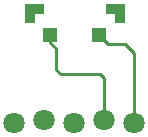
<source format=gbr>
%TF.GenerationSoftware,KiCad,Pcbnew,(6.0.5-0)*%
%TF.CreationDate,2022-06-18T01:32:45+09:00*%
%TF.ProjectId,bg-key,62672d6b-6579-42e6-9b69-6361645f7063,rev?*%
%TF.SameCoordinates,Original*%
%TF.FileFunction,Copper,L1,Top*%
%TF.FilePolarity,Positive*%
%FSLAX46Y46*%
G04 Gerber Fmt 4.6, Leading zero omitted, Abs format (unit mm)*
G04 Created by KiCad (PCBNEW (6.0.5-0)) date 2022-06-18 01:32:45*
%MOMM*%
%LPD*%
G01*
G04 APERTURE LIST*
%TA.AperFunction,EtchedComponent*%
%ADD10C,0.120000*%
%TD*%
%TA.AperFunction,ComponentPad*%
%ADD11C,1.800000*%
%TD*%
%TA.AperFunction,SMDPad,CuDef*%
%ADD12R,1.200000X1.200000*%
%TD*%
%TA.AperFunction,Conductor*%
%ADD13C,0.250000*%
%TD*%
G04 APERTURE END LIST*
D10*
%TO.C,SW1*%
X136300000Y-115623000D02*
X137800000Y-115623000D01*
X137800000Y-115623000D02*
X137800000Y-116323000D01*
X137800000Y-116323000D02*
X136300000Y-116323000D01*
X136300000Y-116323000D02*
X136300000Y-115623000D01*
G36*
X136300000Y-115623000D02*
G01*
X137800000Y-115623000D01*
X137800000Y-116323000D01*
X136300000Y-116323000D01*
X136300000Y-115623000D01*
G37*
X129400000Y-116323000D02*
X130200000Y-116323000D01*
X130200000Y-116323000D02*
X130200000Y-117123000D01*
X130200000Y-117123000D02*
X129400000Y-117123000D01*
X129400000Y-117123000D02*
X129400000Y-116323000D01*
G36*
X129400000Y-116323000D02*
G01*
X130200000Y-116323000D01*
X130200000Y-117123000D01*
X129400000Y-117123000D01*
X129400000Y-116323000D01*
G37*
X137000000Y-116323000D02*
X137800000Y-116323000D01*
X137800000Y-116323000D02*
X137800000Y-117123000D01*
X137800000Y-117123000D02*
X137000000Y-117123000D01*
X137000000Y-117123000D02*
X137000000Y-116323000D01*
G36*
X137000000Y-116323000D02*
G01*
X137800000Y-116323000D01*
X137800000Y-117123000D01*
X137000000Y-117123000D01*
X137000000Y-116323000D01*
G37*
X129400000Y-115623000D02*
X130900000Y-115623000D01*
X130900000Y-115623000D02*
X130900000Y-116323000D01*
X130900000Y-116323000D02*
X129400000Y-116323000D01*
X129400000Y-116323000D02*
X129400000Y-115623000D01*
G36*
X129400000Y-115623000D02*
G01*
X130900000Y-115623000D01*
X130900000Y-116323000D01*
X129400000Y-116323000D01*
X129400000Y-115623000D01*
G37*
%TD*%
D11*
%TO.P,U1,1,3V3*%
%TO.N,Net-(U1-Pad1)*%
X128497000Y-125687000D03*
%TO.P,U1,2,SDA*%
%TO.N,unconnected-(U1-Pad2)*%
X131037000Y-125433000D03*
%TO.P,U1,3,SCL*%
%TO.N,unconnected-(U1-Pad3)*%
X133577000Y-125687000D03*
%TO.P,U1,4,INT*%
%TO.N,Net-(SW1-Pad2)*%
X136117000Y-125433000D03*
%TO.P,U1,5,GND*%
%TO.N,GND*%
X138657000Y-125687000D03*
%TD*%
D12*
%TO.P,SW1,1,1*%
%TO.N,GND*%
X135700000Y-118223000D03*
%TO.P,SW1,2,2*%
%TO.N,Net-(SW1-Pad2)*%
X131500000Y-118223000D03*
%TD*%
D13*
%TO.N,GND*%
X135700000Y-118223000D02*
X136476000Y-118999000D01*
X136476000Y-118999000D02*
X137922000Y-118999000D01*
X137922000Y-118999000D02*
X138684000Y-119761000D01*
X138684000Y-119761000D02*
X138657000Y-119788000D01*
X138657000Y-119788000D02*
X138657000Y-125687000D01*
%TO.N,Net-(SW1-Pad2)*%
X131500000Y-118223000D02*
X131500000Y-118800000D01*
X132461000Y-121539000D02*
X135763000Y-121539000D01*
X135763000Y-121539000D02*
X136117000Y-121893000D01*
X131500000Y-118800000D02*
X132080000Y-119380000D01*
X132080000Y-121158000D02*
X132461000Y-121539000D01*
X132080000Y-119380000D02*
X132080000Y-121158000D01*
X136117000Y-121893000D02*
X136117000Y-125433000D01*
%TD*%
M02*

</source>
